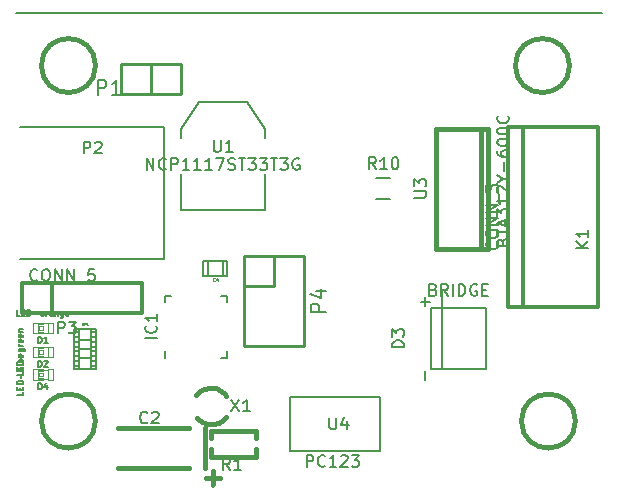
<source format=gto>
G04 #@! TF.FileFunction,Legend,Top*
%FSLAX46Y46*%
G04 Gerber Fmt 4.6, Leading zero omitted, Abs format (unit mm)*
G04 Created by KiCad (PCBNEW (after 2015-mar-04 BZR unknown)-product) date Wed 10 Jun 2015 04:01:36 PM EDT*
%MOMM*%
G01*
G04 APERTURE LIST*
%ADD10C,0.150000*%
%ADD11C,0.200000*%
%ADD12C,0.254000*%
%ADD13C,0.127000*%
%ADD14C,0.066040*%
%ADD15C,0.101600*%
%ADD16C,0.304800*%
%ADD17C,0.381000*%
%ADD18C,0.203200*%
%ADD19C,0.060960*%
%ADD20C,0.040640*%
G04 APERTURE END LIST*
D10*
D11*
X83185000Y-144526000D02*
X132842000Y-144526000D01*
X119253000Y-174498000D02*
X119253000Y-167894000D01*
D12*
X105029000Y-165100000D02*
X105029000Y-167640000D01*
X105029000Y-167640000D02*
X102489000Y-167640000D01*
X102489000Y-165100000D02*
X102489000Y-172720000D01*
X102489000Y-172720000D02*
X107569000Y-172720000D01*
X107569000Y-172720000D02*
X107569000Y-167640000D01*
X102489000Y-165100000D02*
X105029000Y-165100000D01*
X107569000Y-165100000D02*
X105029000Y-165100000D01*
X107569000Y-167640000D02*
X107569000Y-165100000D01*
D13*
X99441000Y-166751000D02*
X99441000Y-165481000D01*
X100711000Y-166751000D02*
X100711000Y-165506400D01*
X101092000Y-166751000D02*
X99060000Y-166751000D01*
X99060000Y-166751000D02*
X99060000Y-165481000D01*
X99060000Y-165481000D02*
X101092000Y-165481000D01*
X101092000Y-165481000D02*
X101092000Y-166751000D01*
D14*
X85021420Y-171645580D02*
X85021420Y-170746420D01*
X85021420Y-170746420D02*
X84622640Y-170746420D01*
X84622640Y-171645580D02*
X84622640Y-170746420D01*
X85021420Y-171645580D02*
X84622640Y-171645580D01*
X86319360Y-171645580D02*
X86319360Y-170746420D01*
X86319360Y-170746420D02*
X85920580Y-170746420D01*
X85920580Y-171645580D02*
X85920580Y-170746420D01*
X86319360Y-171645580D02*
X85920580Y-171645580D01*
X85471000Y-171645580D02*
X85471000Y-171495720D01*
X85471000Y-171495720D02*
X85171280Y-171495720D01*
X85171280Y-171645580D02*
X85171280Y-171495720D01*
X85471000Y-171645580D02*
X85171280Y-171645580D01*
X85471000Y-170896280D02*
X85471000Y-170746420D01*
X85471000Y-170746420D02*
X85171280Y-170746420D01*
X85171280Y-170896280D02*
X85171280Y-170746420D01*
X85471000Y-170896280D02*
X85171280Y-170896280D01*
X85471000Y-171345860D02*
X85471000Y-171046140D01*
X85471000Y-171046140D02*
X85171280Y-171046140D01*
X85171280Y-171345860D02*
X85171280Y-171046140D01*
X85471000Y-171345860D02*
X85171280Y-171345860D01*
D15*
X85021420Y-171594780D02*
X85920580Y-171594780D01*
X85021420Y-170797220D02*
X85920580Y-170797220D01*
D14*
X85021420Y-173677580D02*
X85021420Y-172778420D01*
X85021420Y-172778420D02*
X84622640Y-172778420D01*
X84622640Y-173677580D02*
X84622640Y-172778420D01*
X85021420Y-173677580D02*
X84622640Y-173677580D01*
X86319360Y-173677580D02*
X86319360Y-172778420D01*
X86319360Y-172778420D02*
X85920580Y-172778420D01*
X85920580Y-173677580D02*
X85920580Y-172778420D01*
X86319360Y-173677580D02*
X85920580Y-173677580D01*
X85471000Y-173677580D02*
X85471000Y-173527720D01*
X85471000Y-173527720D02*
X85171280Y-173527720D01*
X85171280Y-173677580D02*
X85171280Y-173527720D01*
X85471000Y-173677580D02*
X85171280Y-173677580D01*
X85471000Y-172928280D02*
X85471000Y-172778420D01*
X85471000Y-172778420D02*
X85171280Y-172778420D01*
X85171280Y-172928280D02*
X85171280Y-172778420D01*
X85471000Y-172928280D02*
X85171280Y-172928280D01*
X85471000Y-173377860D02*
X85471000Y-173078140D01*
X85471000Y-173078140D02*
X85171280Y-173078140D01*
X85171280Y-173377860D02*
X85171280Y-173078140D01*
X85471000Y-173377860D02*
X85171280Y-173377860D01*
D15*
X85021420Y-173626780D02*
X85920580Y-173626780D01*
X85021420Y-172829220D02*
X85920580Y-172829220D01*
D10*
X118350000Y-174685000D02*
X118350000Y-169485000D01*
X118350000Y-169485000D02*
X122950000Y-169485000D01*
X122950000Y-169485000D02*
X122950000Y-174685000D01*
X122950000Y-174685000D02*
X118350000Y-174685000D01*
D14*
X85021420Y-175582580D02*
X85021420Y-174683420D01*
X85021420Y-174683420D02*
X84622640Y-174683420D01*
X84622640Y-175582580D02*
X84622640Y-174683420D01*
X85021420Y-175582580D02*
X84622640Y-175582580D01*
X86319360Y-175582580D02*
X86319360Y-174683420D01*
X86319360Y-174683420D02*
X85920580Y-174683420D01*
X85920580Y-175582580D02*
X85920580Y-174683420D01*
X86319360Y-175582580D02*
X85920580Y-175582580D01*
X85471000Y-175582580D02*
X85471000Y-175432720D01*
X85471000Y-175432720D02*
X85171280Y-175432720D01*
X85171280Y-175582580D02*
X85171280Y-175432720D01*
X85471000Y-175582580D02*
X85171280Y-175582580D01*
X85471000Y-174833280D02*
X85471000Y-174683420D01*
X85471000Y-174683420D02*
X85171280Y-174683420D01*
X85171280Y-174833280D02*
X85171280Y-174683420D01*
X85471000Y-174833280D02*
X85171280Y-174833280D01*
X85471000Y-175282860D02*
X85471000Y-174983140D01*
X85471000Y-174983140D02*
X85171280Y-174983140D01*
X85171280Y-175282860D02*
X85171280Y-174983140D01*
X85471000Y-175282860D02*
X85171280Y-175282860D01*
D15*
X85021420Y-175531780D02*
X85920580Y-175531780D01*
X85021420Y-174734220D02*
X85920580Y-174734220D01*
D16*
X124841000Y-154178000D02*
X132461000Y-154178000D01*
X124841000Y-169418000D02*
X132461000Y-169418000D01*
X126111000Y-154178000D02*
X126111000Y-169418000D01*
X132461000Y-154178000D02*
X132461000Y-169418000D01*
X124841000Y-154178000D02*
X124841000Y-169418000D01*
D10*
X83566000Y-154178000D02*
X95758000Y-154178000D01*
X95758000Y-154178000D02*
X95758000Y-165354000D01*
X95758000Y-165354000D02*
X83566000Y-165354000D01*
D16*
X83693000Y-167386000D02*
X83693000Y-167386000D01*
X83693000Y-169926000D02*
X83693000Y-167386000D01*
X83693000Y-167386000D02*
X83693000Y-167386000D01*
X83693000Y-167386000D02*
X93853000Y-167386000D01*
X93853000Y-167386000D02*
X93853000Y-169926000D01*
X93853000Y-169926000D02*
X83693000Y-169926000D01*
X86233000Y-169926000D02*
X86233000Y-167386000D01*
D17*
X103499920Y-180474620D02*
X103499920Y-179875180D01*
X103499920Y-179875180D02*
X99700080Y-179875180D01*
X99700080Y-179875180D02*
X99700080Y-180474620D01*
X99700080Y-181475380D02*
X99700080Y-182074820D01*
X99700080Y-182074820D02*
X103499920Y-182074820D01*
X103499920Y-182074820D02*
X103499920Y-181475380D01*
D18*
X97155000Y-158115000D02*
X97155000Y-161163000D01*
X97155000Y-161163000D02*
X104267000Y-161163000D01*
X104267000Y-161163000D02*
X104267000Y-158115000D01*
X97155000Y-155067000D02*
X97155000Y-154305000D01*
X97155000Y-154305000D02*
X98679000Y-152019000D01*
X98679000Y-152019000D02*
X102743000Y-152019000D01*
X102743000Y-152019000D02*
X104267000Y-154305000D01*
X104267000Y-154305000D02*
X104267000Y-155067000D01*
D17*
X122555000Y-154305000D02*
X123190000Y-154305000D01*
X123190000Y-154305000D02*
X123190000Y-164465000D01*
X123190000Y-164465000D02*
X122555000Y-164465000D01*
X118745000Y-154305000D02*
X122555000Y-154305000D01*
X122555000Y-154305000D02*
X122555000Y-164465000D01*
X122555000Y-164465000D02*
X118745000Y-164465000D01*
X118745000Y-164465000D02*
X118745000Y-154305000D01*
D10*
X114046000Y-181610000D02*
X106426000Y-181610000D01*
X106426000Y-181610000D02*
X106426000Y-177038000D01*
X106426000Y-177038000D02*
X114046000Y-177038000D01*
X114046000Y-177038000D02*
X114046000Y-181610000D01*
D17*
X100995480Y-178699160D02*
X100744020Y-178950620D01*
X100744020Y-178950620D02*
X100396040Y-179199540D01*
X100396040Y-179199540D02*
X99844860Y-179349400D01*
X99844860Y-179349400D02*
X99446080Y-179349400D01*
X99446080Y-179349400D02*
X98945700Y-179148740D01*
X98945700Y-179148740D02*
X98544380Y-178800760D01*
X100995480Y-176949100D02*
X100845620Y-176750980D01*
X100845620Y-176750980D02*
X100545900Y-176499520D01*
X100545900Y-176499520D02*
X100093780Y-176298860D01*
X100093780Y-176298860D02*
X99644200Y-176250600D01*
X99644200Y-176250600D02*
X99143820Y-176349660D01*
X99143820Y-176349660D02*
X98795840Y-176550320D01*
X98795840Y-176550320D02*
X98445320Y-176900840D01*
D12*
X94615000Y-151384000D02*
X94615000Y-148844000D01*
X97155000Y-151384000D02*
X97155000Y-148844000D01*
X97155000Y-148844000D02*
X94615000Y-148844000D01*
X94615000Y-148844000D02*
X92075000Y-148844000D01*
X92075000Y-148844000D02*
X92075000Y-151384000D01*
X92075000Y-151384000D02*
X97155000Y-151384000D01*
D10*
X95800000Y-168444000D02*
X96325000Y-168444000D01*
X101050000Y-173694000D02*
X100525000Y-173694000D01*
X101050000Y-168444000D02*
X100525000Y-168444000D01*
X95800000Y-173694000D02*
X95800000Y-173169000D01*
X101050000Y-173694000D02*
X101050000Y-173169000D01*
X101050000Y-168444000D02*
X101050000Y-168969000D01*
X95800000Y-168444000D02*
X95800000Y-168969000D01*
D17*
X89916000Y-148971000D02*
G75*
G03X89916000Y-148971000I-2286000J0D01*
G01*
X130556000Y-179070000D02*
G75*
G03X130556000Y-179070000I-2286000J0D01*
G01*
X89916000Y-179070000D02*
G75*
G03X89916000Y-179070000I-2286000J0D01*
G01*
X130048000Y-148971000D02*
G75*
G03X130048000Y-148971000I-2286000J0D01*
G01*
D13*
X89527380Y-171274740D02*
X89527380Y-174673260D01*
X88526620Y-174673260D02*
X88526620Y-171274740D01*
X88127840Y-171274740D02*
X88127840Y-174673260D01*
X89926160Y-174673260D02*
X89926160Y-171274740D01*
X88127840Y-171274740D02*
X89926160Y-171274740D01*
X88127840Y-174673260D02*
X89926160Y-174673260D01*
X88526620Y-172173900D02*
X89527380Y-172173900D01*
X88526620Y-172974000D02*
X89527380Y-172974000D01*
X88526620Y-173774100D02*
X89527380Y-173774100D01*
X88127840Y-171574460D02*
X88526620Y-171574460D01*
X89527380Y-171574460D02*
X89926160Y-171574460D01*
X88127840Y-171973240D02*
X88526620Y-171973240D01*
X89527380Y-171973240D02*
X89926160Y-171973240D01*
X89926160Y-172374560D02*
X89527380Y-172374560D01*
X88526620Y-172374560D02*
X88127840Y-172374560D01*
X88127840Y-172773340D02*
X88526620Y-172773340D01*
X89527380Y-172773340D02*
X89926160Y-172773340D01*
X89926160Y-173174660D02*
X89527380Y-173174660D01*
X88526620Y-173174660D02*
X88127840Y-173174660D01*
X88127840Y-173573440D02*
X88526620Y-173573440D01*
X89527380Y-173573440D02*
X89926160Y-173573440D01*
X89527380Y-174373540D02*
X89926160Y-174373540D01*
X89527380Y-173974760D02*
X89926160Y-173974760D01*
X88127840Y-173974760D02*
X88526620Y-173974760D01*
X88127840Y-174373540D02*
X88526620Y-174373540D01*
D17*
X99169220Y-183055260D02*
X99169220Y-179656740D01*
X91869260Y-179656740D02*
X97868740Y-179656740D01*
X91869260Y-183055260D02*
X97868740Y-183055260D01*
X99870260Y-184409080D02*
X99870260Y-183309260D01*
X100469700Y-183908700D02*
X99270820Y-183908700D01*
D10*
X114900000Y-160260000D02*
X113700000Y-160260000D01*
X113700000Y-158510000D02*
X114900000Y-158510000D01*
D18*
X109413524Y-169847381D02*
X108143524Y-169847381D01*
X108143524Y-169363572D01*
X108204000Y-169242619D01*
X108264476Y-169182143D01*
X108385429Y-169121667D01*
X108566857Y-169121667D01*
X108687810Y-169182143D01*
X108748286Y-169242619D01*
X108808762Y-169363572D01*
X108808762Y-169847381D01*
X108566857Y-168033095D02*
X109413524Y-168033095D01*
X108083048Y-168335476D02*
X108990190Y-168637857D01*
X108990190Y-167851667D01*
D19*
X100026046Y-167213643D02*
X100011774Y-167227915D01*
X99968957Y-167242188D01*
X99940412Y-167242188D01*
X99897595Y-167227915D01*
X99869050Y-167199370D01*
X99854778Y-167170826D01*
X99840506Y-167113736D01*
X99840506Y-167070919D01*
X99854778Y-167013830D01*
X99869050Y-166985285D01*
X99897595Y-166956740D01*
X99940412Y-166942468D01*
X99968957Y-166942468D01*
X100011774Y-166956740D01*
X100026046Y-166971012D01*
X100282949Y-167042374D02*
X100282949Y-167242188D01*
X100211587Y-166928195D02*
X100140226Y-167142281D01*
X100325766Y-167142281D01*
D13*
X85096047Y-172441810D02*
X85096047Y-171933810D01*
X85217000Y-171933810D01*
X85289571Y-171958000D01*
X85337952Y-172006381D01*
X85362143Y-172054762D01*
X85386333Y-172151524D01*
X85386333Y-172224095D01*
X85362143Y-172320857D01*
X85337952Y-172369238D01*
X85289571Y-172417619D01*
X85217000Y-172441810D01*
X85096047Y-172441810D01*
X85870143Y-172441810D02*
X85579857Y-172441810D01*
X85725000Y-172441810D02*
X85725000Y-171933810D01*
X85676619Y-172006381D01*
X85628238Y-172054762D01*
X85579857Y-172078952D01*
X83535762Y-170155810D02*
X83293857Y-170155810D01*
X83293857Y-169647810D01*
X83705095Y-169889714D02*
X83874429Y-169889714D01*
X83947000Y-170155810D02*
X83705095Y-170155810D01*
X83705095Y-169647810D01*
X83947000Y-169647810D01*
X84164714Y-170155810D02*
X84164714Y-169647810D01*
X84285667Y-169647810D01*
X84358238Y-169672000D01*
X84406619Y-169720381D01*
X84430810Y-169768762D01*
X84455000Y-169865524D01*
X84455000Y-169938095D01*
X84430810Y-170034857D01*
X84406619Y-170083238D01*
X84358238Y-170131619D01*
X84285667Y-170155810D01*
X84164714Y-170155810D01*
X84672714Y-169962286D02*
X85059762Y-169962286D01*
X85374238Y-170155810D02*
X85325857Y-170131619D01*
X85301666Y-170107429D01*
X85277476Y-170059048D01*
X85277476Y-169913905D01*
X85301666Y-169865524D01*
X85325857Y-169841333D01*
X85374238Y-169817143D01*
X85446809Y-169817143D01*
X85495190Y-169841333D01*
X85519381Y-169865524D01*
X85543571Y-169913905D01*
X85543571Y-170059048D01*
X85519381Y-170107429D01*
X85495190Y-170131619D01*
X85446809Y-170155810D01*
X85374238Y-170155810D01*
X85761285Y-170155810D02*
X85761285Y-169817143D01*
X85761285Y-169913905D02*
X85785476Y-169865524D01*
X85809666Y-169841333D01*
X85858047Y-169817143D01*
X85906428Y-169817143D01*
X86293476Y-170155810D02*
X86293476Y-169889714D01*
X86269285Y-169841333D01*
X86220904Y-169817143D01*
X86124142Y-169817143D01*
X86075761Y-169841333D01*
X86293476Y-170131619D02*
X86245095Y-170155810D01*
X86124142Y-170155810D01*
X86075761Y-170131619D01*
X86051571Y-170083238D01*
X86051571Y-170034857D01*
X86075761Y-169986476D01*
X86124142Y-169962286D01*
X86245095Y-169962286D01*
X86293476Y-169938095D01*
X86535380Y-169817143D02*
X86535380Y-170155810D01*
X86535380Y-169865524D02*
X86559571Y-169841333D01*
X86607952Y-169817143D01*
X86680523Y-169817143D01*
X86728904Y-169841333D01*
X86753095Y-169889714D01*
X86753095Y-170155810D01*
X87212714Y-169817143D02*
X87212714Y-170228381D01*
X87188523Y-170276762D01*
X87164333Y-170300952D01*
X87115952Y-170325143D01*
X87043380Y-170325143D01*
X86994999Y-170300952D01*
X87212714Y-170131619D02*
X87164333Y-170155810D01*
X87067571Y-170155810D01*
X87019190Y-170131619D01*
X86994999Y-170107429D01*
X86970809Y-170059048D01*
X86970809Y-169913905D01*
X86994999Y-169865524D01*
X87019190Y-169841333D01*
X87067571Y-169817143D01*
X87164333Y-169817143D01*
X87212714Y-169841333D01*
X87648142Y-170131619D02*
X87599761Y-170155810D01*
X87502999Y-170155810D01*
X87454618Y-170131619D01*
X87430428Y-170083238D01*
X87430428Y-169889714D01*
X87454618Y-169841333D01*
X87502999Y-169817143D01*
X87599761Y-169817143D01*
X87648142Y-169841333D01*
X87672333Y-169889714D01*
X87672333Y-169938095D01*
X87430428Y-169986476D01*
X85096047Y-174473810D02*
X85096047Y-173965810D01*
X85217000Y-173965810D01*
X85289571Y-173990000D01*
X85337952Y-174038381D01*
X85362143Y-174086762D01*
X85386333Y-174183524D01*
X85386333Y-174256095D01*
X85362143Y-174352857D01*
X85337952Y-174401238D01*
X85289571Y-174449619D01*
X85217000Y-174473810D01*
X85096047Y-174473810D01*
X85579857Y-174014190D02*
X85604047Y-173990000D01*
X85652428Y-173965810D01*
X85773381Y-173965810D01*
X85821762Y-173990000D01*
X85845952Y-174014190D01*
X85870143Y-174062571D01*
X85870143Y-174110952D01*
X85845952Y-174183524D01*
X85555666Y-174473810D01*
X85870143Y-174473810D01*
X83795810Y-174921333D02*
X83795810Y-175163238D01*
X83287810Y-175163238D01*
X83529714Y-174752000D02*
X83529714Y-174582666D01*
X83795810Y-174510095D02*
X83795810Y-174752000D01*
X83287810Y-174752000D01*
X83287810Y-174510095D01*
X83795810Y-174292381D02*
X83287810Y-174292381D01*
X83287810Y-174171428D01*
X83312000Y-174098857D01*
X83360381Y-174050476D01*
X83408762Y-174026285D01*
X83505524Y-174002095D01*
X83578095Y-174002095D01*
X83674857Y-174026285D01*
X83723238Y-174050476D01*
X83771619Y-174098857D01*
X83795810Y-174171428D01*
X83795810Y-174292381D01*
X83602286Y-173784381D02*
X83602286Y-173397333D01*
X83457143Y-172937714D02*
X83868381Y-172937714D01*
X83916762Y-172961905D01*
X83940952Y-172986095D01*
X83965143Y-173034476D01*
X83965143Y-173107048D01*
X83940952Y-173155429D01*
X83771619Y-172937714D02*
X83795810Y-172986095D01*
X83795810Y-173082857D01*
X83771619Y-173131238D01*
X83747429Y-173155429D01*
X83699048Y-173179619D01*
X83553905Y-173179619D01*
X83505524Y-173155429D01*
X83481333Y-173131238D01*
X83457143Y-173082857D01*
X83457143Y-172986095D01*
X83481333Y-172937714D01*
X83795810Y-172695810D02*
X83457143Y-172695810D01*
X83553905Y-172695810D02*
X83505524Y-172671619D01*
X83481333Y-172647429D01*
X83457143Y-172599048D01*
X83457143Y-172550667D01*
X83771619Y-172187810D02*
X83795810Y-172236191D01*
X83795810Y-172332953D01*
X83771619Y-172381334D01*
X83723238Y-172405524D01*
X83529714Y-172405524D01*
X83481333Y-172381334D01*
X83457143Y-172332953D01*
X83457143Y-172236191D01*
X83481333Y-172187810D01*
X83529714Y-172163619D01*
X83578095Y-172163619D01*
X83626476Y-172405524D01*
X83771619Y-171752381D02*
X83795810Y-171800762D01*
X83795810Y-171897524D01*
X83771619Y-171945905D01*
X83723238Y-171970095D01*
X83529714Y-171970095D01*
X83481333Y-171945905D01*
X83457143Y-171897524D01*
X83457143Y-171800762D01*
X83481333Y-171752381D01*
X83529714Y-171728190D01*
X83578095Y-171728190D01*
X83626476Y-171970095D01*
X83457143Y-171510476D02*
X83795810Y-171510476D01*
X83505524Y-171510476D02*
X83481333Y-171486285D01*
X83457143Y-171437904D01*
X83457143Y-171365333D01*
X83481333Y-171316952D01*
X83529714Y-171292761D01*
X83795810Y-171292761D01*
D10*
X116022381Y-172823095D02*
X115022381Y-172823095D01*
X115022381Y-172585000D01*
X115070000Y-172442142D01*
X115165238Y-172346904D01*
X115260476Y-172299285D01*
X115450952Y-172251666D01*
X115593810Y-172251666D01*
X115784286Y-172299285D01*
X115879524Y-172346904D01*
X115974762Y-172442142D01*
X116022381Y-172585000D01*
X116022381Y-172823095D01*
X115022381Y-171918333D02*
X115022381Y-171299285D01*
X115403333Y-171632619D01*
X115403333Y-171489761D01*
X115450952Y-171394523D01*
X115498571Y-171346904D01*
X115593810Y-171299285D01*
X115831905Y-171299285D01*
X115927143Y-171346904D01*
X115974762Y-171394523D01*
X116022381Y-171489761D01*
X116022381Y-171775476D01*
X115974762Y-171870714D01*
X115927143Y-171918333D01*
X118530953Y-167949571D02*
X118673810Y-167997190D01*
X118721429Y-168044810D01*
X118769048Y-168140048D01*
X118769048Y-168282905D01*
X118721429Y-168378143D01*
X118673810Y-168425762D01*
X118578572Y-168473381D01*
X118197619Y-168473381D01*
X118197619Y-167473381D01*
X118530953Y-167473381D01*
X118626191Y-167521000D01*
X118673810Y-167568619D01*
X118721429Y-167663857D01*
X118721429Y-167759095D01*
X118673810Y-167854333D01*
X118626191Y-167901952D01*
X118530953Y-167949571D01*
X118197619Y-167949571D01*
X119769048Y-168473381D02*
X119435714Y-167997190D01*
X119197619Y-168473381D02*
X119197619Y-167473381D01*
X119578572Y-167473381D01*
X119673810Y-167521000D01*
X119721429Y-167568619D01*
X119769048Y-167663857D01*
X119769048Y-167806714D01*
X119721429Y-167901952D01*
X119673810Y-167949571D01*
X119578572Y-167997190D01*
X119197619Y-167997190D01*
X120197619Y-168473381D02*
X120197619Y-167473381D01*
X120673809Y-168473381D02*
X120673809Y-167473381D01*
X120911904Y-167473381D01*
X121054762Y-167521000D01*
X121150000Y-167616238D01*
X121197619Y-167711476D01*
X121245238Y-167901952D01*
X121245238Y-168044810D01*
X121197619Y-168235286D01*
X121150000Y-168330524D01*
X121054762Y-168425762D01*
X120911904Y-168473381D01*
X120673809Y-168473381D01*
X122197619Y-167521000D02*
X122102381Y-167473381D01*
X121959524Y-167473381D01*
X121816666Y-167521000D01*
X121721428Y-167616238D01*
X121673809Y-167711476D01*
X121626190Y-167901952D01*
X121626190Y-168044810D01*
X121673809Y-168235286D01*
X121721428Y-168330524D01*
X121816666Y-168425762D01*
X121959524Y-168473381D01*
X122054762Y-168473381D01*
X122197619Y-168425762D01*
X122245238Y-168378143D01*
X122245238Y-168044810D01*
X122054762Y-168044810D01*
X122673809Y-167949571D02*
X123007143Y-167949571D01*
X123150000Y-168473381D02*
X122673809Y-168473381D01*
X122673809Y-167473381D01*
X123150000Y-167473381D01*
X117821429Y-175565952D02*
X117821429Y-174804047D01*
X117821429Y-169365952D02*
X117821429Y-168604047D01*
X118202381Y-168984999D02*
X117440476Y-168984999D01*
D13*
X85096047Y-176378810D02*
X85096047Y-175870810D01*
X85217000Y-175870810D01*
X85289571Y-175895000D01*
X85337952Y-175943381D01*
X85362143Y-175991762D01*
X85386333Y-176088524D01*
X85386333Y-176161095D01*
X85362143Y-176257857D01*
X85337952Y-176306238D01*
X85289571Y-176354619D01*
X85217000Y-176378810D01*
X85096047Y-176378810D01*
X85821762Y-176040143D02*
X85821762Y-176378810D01*
X85700809Y-175846619D02*
X85579857Y-176209476D01*
X85894333Y-176209476D01*
X83795810Y-176584428D02*
X83795810Y-176826333D01*
X83287810Y-176826333D01*
X83529714Y-176415095D02*
X83529714Y-176245761D01*
X83795810Y-176173190D02*
X83795810Y-176415095D01*
X83287810Y-176415095D01*
X83287810Y-176173190D01*
X83795810Y-175955476D02*
X83287810Y-175955476D01*
X83287810Y-175834523D01*
X83312000Y-175761952D01*
X83360381Y-175713571D01*
X83408762Y-175689380D01*
X83505524Y-175665190D01*
X83578095Y-175665190D01*
X83674857Y-175689380D01*
X83723238Y-175713571D01*
X83771619Y-175761952D01*
X83795810Y-175834523D01*
X83795810Y-175955476D01*
X83602286Y-175447476D02*
X83602286Y-175060428D01*
X83795810Y-174818524D02*
X83287810Y-174818524D01*
X83481333Y-174818524D02*
X83457143Y-174770143D01*
X83457143Y-174673381D01*
X83481333Y-174625000D01*
X83505524Y-174600809D01*
X83553905Y-174576619D01*
X83699048Y-174576619D01*
X83747429Y-174600809D01*
X83771619Y-174625000D01*
X83795810Y-174673381D01*
X83795810Y-174770143D01*
X83771619Y-174818524D01*
X83795810Y-174286333D02*
X83771619Y-174334714D01*
X83723238Y-174358905D01*
X83287810Y-174358905D01*
X83457143Y-173875095D02*
X83795810Y-173875095D01*
X83457143Y-174092810D02*
X83723238Y-174092810D01*
X83771619Y-174068619D01*
X83795810Y-174020238D01*
X83795810Y-173947667D01*
X83771619Y-173899286D01*
X83747429Y-173875095D01*
X83771619Y-173439667D02*
X83795810Y-173488048D01*
X83795810Y-173584810D01*
X83771619Y-173633191D01*
X83723238Y-173657381D01*
X83529714Y-173657381D01*
X83481333Y-173633191D01*
X83457143Y-173584810D01*
X83457143Y-173488048D01*
X83481333Y-173439667D01*
X83529714Y-173415476D01*
X83578095Y-173415476D01*
X83626476Y-173657381D01*
D10*
X131643381Y-164441095D02*
X130643381Y-164441095D01*
X131643381Y-163869666D02*
X131071952Y-164298238D01*
X130643381Y-163869666D02*
X131214810Y-164441095D01*
X131643381Y-162917285D02*
X131643381Y-163488714D01*
X131643381Y-163203000D02*
X130643381Y-163203000D01*
X130786238Y-163298238D01*
X130881476Y-163393476D01*
X130929095Y-163488714D01*
X123928143Y-163917047D02*
X123975762Y-163964666D01*
X124023381Y-164107523D01*
X124023381Y-164202761D01*
X123975762Y-164345619D01*
X123880524Y-164440857D01*
X123785286Y-164488476D01*
X123594810Y-164536095D01*
X123451952Y-164536095D01*
X123261476Y-164488476D01*
X123166238Y-164440857D01*
X123071000Y-164345619D01*
X123023381Y-164202761D01*
X123023381Y-164107523D01*
X123071000Y-163964666D01*
X123118619Y-163917047D01*
X123023381Y-163298000D02*
X123023381Y-163107523D01*
X123071000Y-163012285D01*
X123166238Y-162917047D01*
X123356714Y-162869428D01*
X123690048Y-162869428D01*
X123880524Y-162917047D01*
X123975762Y-163012285D01*
X124023381Y-163107523D01*
X124023381Y-163298000D01*
X123975762Y-163393238D01*
X123880524Y-163488476D01*
X123690048Y-163536095D01*
X123356714Y-163536095D01*
X123166238Y-163488476D01*
X123071000Y-163393238D01*
X123023381Y-163298000D01*
X124023381Y-162440857D02*
X123023381Y-162440857D01*
X124023381Y-161869428D01*
X123023381Y-161869428D01*
X124023381Y-161393238D02*
X123023381Y-161393238D01*
X124023381Y-160821809D01*
X123023381Y-160821809D01*
X124118619Y-160583714D02*
X124118619Y-159821809D01*
X123023381Y-159678952D02*
X123023381Y-159059904D01*
X123404333Y-159393238D01*
X123404333Y-159250380D01*
X123451952Y-159155142D01*
X123499571Y-159107523D01*
X123594810Y-159059904D01*
X123832905Y-159059904D01*
X123928143Y-159107523D01*
X123975762Y-159155142D01*
X124023381Y-159250380D01*
X124023381Y-159536095D01*
X123975762Y-159631333D01*
X123928143Y-159678952D01*
X88923905Y-156408381D02*
X88923905Y-155408381D01*
X89304858Y-155408381D01*
X89400096Y-155456000D01*
X89447715Y-155503619D01*
X89495334Y-155598857D01*
X89495334Y-155741714D01*
X89447715Y-155836952D01*
X89400096Y-155884571D01*
X89304858Y-155932190D01*
X88923905Y-155932190D01*
X89876286Y-155503619D02*
X89923905Y-155456000D01*
X90019143Y-155408381D01*
X90257239Y-155408381D01*
X90352477Y-155456000D01*
X90400096Y-155503619D01*
X90447715Y-155598857D01*
X90447715Y-155694095D01*
X90400096Y-155836952D01*
X89828667Y-156408381D01*
X90447715Y-156408381D01*
X85002953Y-167108143D02*
X84955334Y-167155762D01*
X84812477Y-167203381D01*
X84717239Y-167203381D01*
X84574381Y-167155762D01*
X84479143Y-167060524D01*
X84431524Y-166965286D01*
X84383905Y-166774810D01*
X84383905Y-166631952D01*
X84431524Y-166441476D01*
X84479143Y-166346238D01*
X84574381Y-166251000D01*
X84717239Y-166203381D01*
X84812477Y-166203381D01*
X84955334Y-166251000D01*
X85002953Y-166298619D01*
X85622000Y-166203381D02*
X85812477Y-166203381D01*
X85907715Y-166251000D01*
X86002953Y-166346238D01*
X86050572Y-166536714D01*
X86050572Y-166870048D01*
X86002953Y-167060524D01*
X85907715Y-167155762D01*
X85812477Y-167203381D01*
X85622000Y-167203381D01*
X85526762Y-167155762D01*
X85431524Y-167060524D01*
X85383905Y-166870048D01*
X85383905Y-166536714D01*
X85431524Y-166346238D01*
X85526762Y-166251000D01*
X85622000Y-166203381D01*
X86479143Y-167203381D02*
X86479143Y-166203381D01*
X87050572Y-167203381D01*
X87050572Y-166203381D01*
X87526762Y-167203381D02*
X87526762Y-166203381D01*
X88098191Y-167203381D01*
X88098191Y-166203381D01*
X88336286Y-167298619D02*
X89098191Y-167298619D01*
X89812477Y-166203381D02*
X89336286Y-166203381D01*
X89288667Y-166679571D01*
X89336286Y-166631952D01*
X89431524Y-166584333D01*
X89669620Y-166584333D01*
X89764858Y-166631952D01*
X89812477Y-166679571D01*
X89860096Y-166774810D01*
X89860096Y-167012905D01*
X89812477Y-167108143D01*
X89764858Y-167155762D01*
X89669620Y-167203381D01*
X89431524Y-167203381D01*
X89336286Y-167155762D01*
X89288667Y-167108143D01*
X86764905Y-171648381D02*
X86764905Y-170648381D01*
X87145858Y-170648381D01*
X87241096Y-170696000D01*
X87288715Y-170743619D01*
X87336334Y-170838857D01*
X87336334Y-170981714D01*
X87288715Y-171076952D01*
X87241096Y-171124571D01*
X87145858Y-171172190D01*
X86764905Y-171172190D01*
X87669667Y-170648381D02*
X88288715Y-170648381D01*
X87955381Y-171029333D01*
X88098239Y-171029333D01*
X88193477Y-171076952D01*
X88241096Y-171124571D01*
X88288715Y-171219810D01*
X88288715Y-171457905D01*
X88241096Y-171553143D01*
X88193477Y-171600762D01*
X88098239Y-171648381D01*
X87812524Y-171648381D01*
X87717286Y-171600762D01*
X87669667Y-171553143D01*
X101306334Y-183205381D02*
X100973000Y-182729190D01*
X100734905Y-183205381D02*
X100734905Y-182205381D01*
X101115858Y-182205381D01*
X101211096Y-182253000D01*
X101258715Y-182300619D01*
X101306334Y-182395857D01*
X101306334Y-182538714D01*
X101258715Y-182633952D01*
X101211096Y-182681571D01*
X101115858Y-182729190D01*
X100734905Y-182729190D01*
X102258715Y-183205381D02*
X101687286Y-183205381D01*
X101973000Y-183205381D02*
X101973000Y-182205381D01*
X101877762Y-182348238D01*
X101782524Y-182443476D01*
X101687286Y-182491095D01*
D18*
X99936905Y-155272619D02*
X99936905Y-156095095D01*
X99985286Y-156191857D01*
X100033667Y-156240238D01*
X100130429Y-156288619D01*
X100323952Y-156288619D01*
X100420714Y-156240238D01*
X100469095Y-156191857D01*
X100517476Y-156095095D01*
X100517476Y-155272619D01*
X101533476Y-156288619D02*
X100952905Y-156288619D01*
X101243191Y-156288619D02*
X101243191Y-155272619D01*
X101146429Y-155417762D01*
X101049667Y-155514524D01*
X100952905Y-155562905D01*
X94252144Y-157812619D02*
X94252144Y-156796619D01*
X94832715Y-157812619D01*
X94832715Y-156796619D01*
X95897096Y-157715857D02*
X95848715Y-157764238D01*
X95703572Y-157812619D01*
X95606810Y-157812619D01*
X95461668Y-157764238D01*
X95364906Y-157667476D01*
X95316525Y-157570714D01*
X95268144Y-157377190D01*
X95268144Y-157232048D01*
X95316525Y-157038524D01*
X95364906Y-156941762D01*
X95461668Y-156845000D01*
X95606810Y-156796619D01*
X95703572Y-156796619D01*
X95848715Y-156845000D01*
X95897096Y-156893381D01*
X96332525Y-157812619D02*
X96332525Y-156796619D01*
X96719572Y-156796619D01*
X96816334Y-156845000D01*
X96864715Y-156893381D01*
X96913096Y-156990143D01*
X96913096Y-157135286D01*
X96864715Y-157232048D01*
X96816334Y-157280429D01*
X96719572Y-157328810D01*
X96332525Y-157328810D01*
X97880715Y-157812619D02*
X97300144Y-157812619D01*
X97590430Y-157812619D02*
X97590430Y-156796619D01*
X97493668Y-156941762D01*
X97396906Y-157038524D01*
X97300144Y-157086905D01*
X98848334Y-157812619D02*
X98267763Y-157812619D01*
X98558049Y-157812619D02*
X98558049Y-156796619D01*
X98461287Y-156941762D01*
X98364525Y-157038524D01*
X98267763Y-157086905D01*
X99815953Y-157812619D02*
X99235382Y-157812619D01*
X99525668Y-157812619D02*
X99525668Y-156796619D01*
X99428906Y-156941762D01*
X99332144Y-157038524D01*
X99235382Y-157086905D01*
X100154620Y-156796619D02*
X100831953Y-156796619D01*
X100396525Y-157812619D01*
X101170620Y-157764238D02*
X101315763Y-157812619D01*
X101557667Y-157812619D01*
X101654429Y-157764238D01*
X101702810Y-157715857D01*
X101751191Y-157619095D01*
X101751191Y-157522333D01*
X101702810Y-157425571D01*
X101654429Y-157377190D01*
X101557667Y-157328810D01*
X101364144Y-157280429D01*
X101267382Y-157232048D01*
X101219001Y-157183667D01*
X101170620Y-157086905D01*
X101170620Y-156990143D01*
X101219001Y-156893381D01*
X101267382Y-156845000D01*
X101364144Y-156796619D01*
X101606048Y-156796619D01*
X101751191Y-156845000D01*
X102041477Y-156796619D02*
X102622048Y-156796619D01*
X102331763Y-157812619D02*
X102331763Y-156796619D01*
X102863953Y-156796619D02*
X103492905Y-156796619D01*
X103154239Y-157183667D01*
X103299381Y-157183667D01*
X103396143Y-157232048D01*
X103444524Y-157280429D01*
X103492905Y-157377190D01*
X103492905Y-157619095D01*
X103444524Y-157715857D01*
X103396143Y-157764238D01*
X103299381Y-157812619D01*
X103009096Y-157812619D01*
X102912334Y-157764238D01*
X102863953Y-157715857D01*
X103831572Y-156796619D02*
X104460524Y-156796619D01*
X104121858Y-157183667D01*
X104267000Y-157183667D01*
X104363762Y-157232048D01*
X104412143Y-157280429D01*
X104460524Y-157377190D01*
X104460524Y-157619095D01*
X104412143Y-157715857D01*
X104363762Y-157764238D01*
X104267000Y-157812619D01*
X103976715Y-157812619D01*
X103879953Y-157764238D01*
X103831572Y-157715857D01*
X104750810Y-156796619D02*
X105331381Y-156796619D01*
X105041096Y-157812619D02*
X105041096Y-156796619D01*
X105573286Y-156796619D02*
X106202238Y-156796619D01*
X105863572Y-157183667D01*
X106008714Y-157183667D01*
X106105476Y-157232048D01*
X106153857Y-157280429D01*
X106202238Y-157377190D01*
X106202238Y-157619095D01*
X106153857Y-157715857D01*
X106105476Y-157764238D01*
X106008714Y-157812619D01*
X105718429Y-157812619D01*
X105621667Y-157764238D01*
X105573286Y-157715857D01*
X107169857Y-156845000D02*
X107073095Y-156796619D01*
X106927952Y-156796619D01*
X106782810Y-156845000D01*
X106686048Y-156941762D01*
X106637667Y-157038524D01*
X106589286Y-157232048D01*
X106589286Y-157377190D01*
X106637667Y-157570714D01*
X106686048Y-157667476D01*
X106782810Y-157764238D01*
X106927952Y-157812619D01*
X107024714Y-157812619D01*
X107169857Y-157764238D01*
X107218238Y-157715857D01*
X107218238Y-157377190D01*
X107024714Y-157377190D01*
D10*
X116927381Y-160146905D02*
X117736905Y-160146905D01*
X117832143Y-160099286D01*
X117879762Y-160051667D01*
X117927381Y-159956429D01*
X117927381Y-159765952D01*
X117879762Y-159670714D01*
X117832143Y-159623095D01*
X117736905Y-159575476D01*
X116927381Y-159575476D01*
X116927381Y-159194524D02*
X116927381Y-158575476D01*
X117308333Y-158908810D01*
X117308333Y-158765952D01*
X117355952Y-158670714D01*
X117403571Y-158623095D01*
X117498810Y-158575476D01*
X117736905Y-158575476D01*
X117832143Y-158623095D01*
X117879762Y-158670714D01*
X117927381Y-158765952D01*
X117927381Y-159051667D01*
X117879762Y-159146905D01*
X117832143Y-159194524D01*
X124388571Y-163892857D02*
X124436190Y-163750000D01*
X124483810Y-163702381D01*
X124579048Y-163654762D01*
X124721905Y-163654762D01*
X124817143Y-163702381D01*
X124864762Y-163750000D01*
X124912381Y-163845238D01*
X124912381Y-164226191D01*
X123912381Y-164226191D01*
X123912381Y-163892857D01*
X123960000Y-163797619D01*
X124007619Y-163750000D01*
X124102857Y-163702381D01*
X124198095Y-163702381D01*
X124293333Y-163750000D01*
X124340952Y-163797619D01*
X124388571Y-163892857D01*
X124388571Y-164226191D01*
X123912381Y-163369048D02*
X123912381Y-162797619D01*
X124912381Y-163083334D02*
X123912381Y-163083334D01*
X124626667Y-162511905D02*
X124626667Y-162035714D01*
X124912381Y-162607143D02*
X123912381Y-162273810D01*
X124912381Y-161940476D01*
X123912381Y-161702381D02*
X123912381Y-161083333D01*
X124293333Y-161416667D01*
X124293333Y-161273809D01*
X124340952Y-161178571D01*
X124388571Y-161130952D01*
X124483810Y-161083333D01*
X124721905Y-161083333D01*
X124817143Y-161130952D01*
X124864762Y-161178571D01*
X124912381Y-161273809D01*
X124912381Y-161559524D01*
X124864762Y-161654762D01*
X124817143Y-161702381D01*
X124912381Y-160130952D02*
X124912381Y-160702381D01*
X124912381Y-160416667D02*
X123912381Y-160416667D01*
X124055238Y-160511905D01*
X124150476Y-160607143D01*
X124198095Y-160702381D01*
X124007619Y-159750000D02*
X123960000Y-159702381D01*
X123912381Y-159607143D01*
X123912381Y-159369047D01*
X123960000Y-159273809D01*
X124007619Y-159226190D01*
X124102857Y-159178571D01*
X124198095Y-159178571D01*
X124340952Y-159226190D01*
X124912381Y-159797619D01*
X124912381Y-159178571D01*
X124436190Y-158559524D02*
X124912381Y-158559524D01*
X123912381Y-158892857D02*
X124436190Y-158559524D01*
X123912381Y-158226190D01*
X124531429Y-157892857D02*
X124531429Y-157130952D01*
X123912381Y-156226190D02*
X123912381Y-156416667D01*
X123960000Y-156511905D01*
X124007619Y-156559524D01*
X124150476Y-156654762D01*
X124340952Y-156702381D01*
X124721905Y-156702381D01*
X124817143Y-156654762D01*
X124864762Y-156607143D01*
X124912381Y-156511905D01*
X124912381Y-156321428D01*
X124864762Y-156226190D01*
X124817143Y-156178571D01*
X124721905Y-156130952D01*
X124483810Y-156130952D01*
X124388571Y-156178571D01*
X124340952Y-156226190D01*
X124293333Y-156321428D01*
X124293333Y-156511905D01*
X124340952Y-156607143D01*
X124388571Y-156654762D01*
X124483810Y-156702381D01*
X123912381Y-155511905D02*
X123912381Y-155416666D01*
X123960000Y-155321428D01*
X124007619Y-155273809D01*
X124102857Y-155226190D01*
X124293333Y-155178571D01*
X124531429Y-155178571D01*
X124721905Y-155226190D01*
X124817143Y-155273809D01*
X124864762Y-155321428D01*
X124912381Y-155416666D01*
X124912381Y-155511905D01*
X124864762Y-155607143D01*
X124817143Y-155654762D01*
X124721905Y-155702381D01*
X124531429Y-155750000D01*
X124293333Y-155750000D01*
X124102857Y-155702381D01*
X124007619Y-155654762D01*
X123960000Y-155607143D01*
X123912381Y-155511905D01*
X123912381Y-154559524D02*
X123912381Y-154464285D01*
X123960000Y-154369047D01*
X124007619Y-154321428D01*
X124102857Y-154273809D01*
X124293333Y-154226190D01*
X124531429Y-154226190D01*
X124721905Y-154273809D01*
X124817143Y-154321428D01*
X124864762Y-154369047D01*
X124912381Y-154464285D01*
X124912381Y-154559524D01*
X124864762Y-154654762D01*
X124817143Y-154702381D01*
X124721905Y-154750000D01*
X124531429Y-154797619D01*
X124293333Y-154797619D01*
X124102857Y-154750000D01*
X124007619Y-154702381D01*
X123960000Y-154654762D01*
X123912381Y-154559524D01*
X124817143Y-153226190D02*
X124864762Y-153273809D01*
X124912381Y-153416666D01*
X124912381Y-153511904D01*
X124864762Y-153654762D01*
X124769524Y-153750000D01*
X124674286Y-153797619D01*
X124483810Y-153845238D01*
X124340952Y-153845238D01*
X124150476Y-153797619D01*
X124055238Y-153750000D01*
X123960000Y-153654762D01*
X123912381Y-153511904D01*
X123912381Y-153416666D01*
X123960000Y-153273809D01*
X124007619Y-153226190D01*
X109728095Y-178776381D02*
X109728095Y-179585905D01*
X109775714Y-179681143D01*
X109823333Y-179728762D01*
X109918571Y-179776381D01*
X110109048Y-179776381D01*
X110204286Y-179728762D01*
X110251905Y-179681143D01*
X110299524Y-179585905D01*
X110299524Y-178776381D01*
X111204286Y-179109714D02*
X111204286Y-179776381D01*
X110966190Y-178728762D02*
X110728095Y-179443048D01*
X111347143Y-179443048D01*
X107791524Y-182951381D02*
X107791524Y-181951381D01*
X108172477Y-181951381D01*
X108267715Y-181999000D01*
X108315334Y-182046619D01*
X108362953Y-182141857D01*
X108362953Y-182284714D01*
X108315334Y-182379952D01*
X108267715Y-182427571D01*
X108172477Y-182475190D01*
X107791524Y-182475190D01*
X109362953Y-182856143D02*
X109315334Y-182903762D01*
X109172477Y-182951381D01*
X109077239Y-182951381D01*
X108934381Y-182903762D01*
X108839143Y-182808524D01*
X108791524Y-182713286D01*
X108743905Y-182522810D01*
X108743905Y-182379952D01*
X108791524Y-182189476D01*
X108839143Y-182094238D01*
X108934381Y-181999000D01*
X109077239Y-181951381D01*
X109172477Y-181951381D01*
X109315334Y-181999000D01*
X109362953Y-182046619D01*
X110315334Y-182951381D02*
X109743905Y-182951381D01*
X110029619Y-182951381D02*
X110029619Y-181951381D01*
X109934381Y-182094238D01*
X109839143Y-182189476D01*
X109743905Y-182237095D01*
X110696286Y-182046619D02*
X110743905Y-181999000D01*
X110839143Y-181951381D01*
X111077239Y-181951381D01*
X111172477Y-181999000D01*
X111220096Y-182046619D01*
X111267715Y-182141857D01*
X111267715Y-182237095D01*
X111220096Y-182379952D01*
X110648667Y-182951381D01*
X111267715Y-182951381D01*
X111601048Y-181951381D02*
X112220096Y-181951381D01*
X111886762Y-182332333D01*
X112029620Y-182332333D01*
X112124858Y-182379952D01*
X112172477Y-182427571D01*
X112220096Y-182522810D01*
X112220096Y-182760905D01*
X112172477Y-182856143D01*
X112124858Y-182903762D01*
X112029620Y-182951381D01*
X111743905Y-182951381D01*
X111648667Y-182903762D01*
X111601048Y-182856143D01*
X101425476Y-177252381D02*
X102092143Y-178252381D01*
X102092143Y-177252381D02*
X101425476Y-178252381D01*
X102996905Y-178252381D02*
X102425476Y-178252381D01*
X102711190Y-178252381D02*
X102711190Y-177252381D01*
X102615952Y-177395238D01*
X102520714Y-177490476D01*
X102425476Y-177538095D01*
D18*
X90121619Y-151450524D02*
X90121619Y-150180524D01*
X90605428Y-150180524D01*
X90726381Y-150241000D01*
X90786857Y-150301476D01*
X90847333Y-150422429D01*
X90847333Y-150603857D01*
X90786857Y-150724810D01*
X90726381Y-150785286D01*
X90605428Y-150845762D01*
X90121619Y-150845762D01*
X92056857Y-151450524D02*
X91331143Y-151450524D01*
X91694000Y-151450524D02*
X91694000Y-150180524D01*
X91573048Y-150361952D01*
X91452095Y-150482905D01*
X91331143Y-150543381D01*
D10*
X95127381Y-172045190D02*
X94127381Y-172045190D01*
X95032143Y-170997571D02*
X95079762Y-171045190D01*
X95127381Y-171188047D01*
X95127381Y-171283285D01*
X95079762Y-171426143D01*
X94984524Y-171521381D01*
X94889286Y-171569000D01*
X94698810Y-171616619D01*
X94555952Y-171616619D01*
X94365476Y-171569000D01*
X94270238Y-171521381D01*
X94175000Y-171426143D01*
X94127381Y-171283285D01*
X94127381Y-171188047D01*
X94175000Y-171045190D01*
X94222619Y-170997571D01*
X95127381Y-170045190D02*
X95127381Y-170616619D01*
X95127381Y-170330905D02*
X94127381Y-170330905D01*
X94270238Y-170426143D01*
X94365476Y-170521381D01*
X94413095Y-170616619D01*
D20*
X88893227Y-170964195D02*
X88826340Y-170868642D01*
X88778564Y-170964195D02*
X88778564Y-170763535D01*
X88855006Y-170763535D01*
X88874117Y-170773090D01*
X88883672Y-170782645D01*
X88893227Y-170801756D01*
X88893227Y-170830421D01*
X88883672Y-170849532D01*
X88874117Y-170859087D01*
X88855006Y-170868642D01*
X88778564Y-170868642D01*
X88979224Y-170964195D02*
X88979224Y-170763535D01*
X89055666Y-170763535D01*
X89074777Y-170773090D01*
X89084332Y-170782645D01*
X89093887Y-170801756D01*
X89093887Y-170830421D01*
X89084332Y-170849532D01*
X89074777Y-170859087D01*
X89055666Y-170868642D01*
X88979224Y-170868642D01*
X89284992Y-170964195D02*
X89170329Y-170964195D01*
X89227660Y-170964195D02*
X89227660Y-170763535D01*
X89208550Y-170792200D01*
X89189439Y-170811311D01*
X89170329Y-170820866D01*
D10*
X94321334Y-179173143D02*
X94273715Y-179220762D01*
X94130858Y-179268381D01*
X94035620Y-179268381D01*
X93892762Y-179220762D01*
X93797524Y-179125524D01*
X93749905Y-179030286D01*
X93702286Y-178839810D01*
X93702286Y-178696952D01*
X93749905Y-178506476D01*
X93797524Y-178411238D01*
X93892762Y-178316000D01*
X94035620Y-178268381D01*
X94130858Y-178268381D01*
X94273715Y-178316000D01*
X94321334Y-178363619D01*
X94702286Y-178363619D02*
X94749905Y-178316000D01*
X94845143Y-178268381D01*
X95083239Y-178268381D01*
X95178477Y-178316000D01*
X95226096Y-178363619D01*
X95273715Y-178458857D01*
X95273715Y-178554095D01*
X95226096Y-178696952D01*
X94654667Y-179268381D01*
X95273715Y-179268381D01*
D16*
X99287149Y-184015017D02*
X100448292Y-184015017D01*
X99867721Y-184595589D02*
X99867721Y-183434446D01*
D10*
X113657143Y-157737381D02*
X113323809Y-157261190D01*
X113085714Y-157737381D02*
X113085714Y-156737381D01*
X113466667Y-156737381D01*
X113561905Y-156785000D01*
X113609524Y-156832619D01*
X113657143Y-156927857D01*
X113657143Y-157070714D01*
X113609524Y-157165952D01*
X113561905Y-157213571D01*
X113466667Y-157261190D01*
X113085714Y-157261190D01*
X114609524Y-157737381D02*
X114038095Y-157737381D01*
X114323809Y-157737381D02*
X114323809Y-156737381D01*
X114228571Y-156880238D01*
X114133333Y-156975476D01*
X114038095Y-157023095D01*
X115228571Y-156737381D02*
X115323810Y-156737381D01*
X115419048Y-156785000D01*
X115466667Y-156832619D01*
X115514286Y-156927857D01*
X115561905Y-157118333D01*
X115561905Y-157356429D01*
X115514286Y-157546905D01*
X115466667Y-157642143D01*
X115419048Y-157689762D01*
X115323810Y-157737381D01*
X115228571Y-157737381D01*
X115133333Y-157689762D01*
X115085714Y-157642143D01*
X115038095Y-157546905D01*
X114990476Y-157356429D01*
X114990476Y-157118333D01*
X115038095Y-156927857D01*
X115085714Y-156832619D01*
X115133333Y-156785000D01*
X115228571Y-156737381D01*
M02*

</source>
